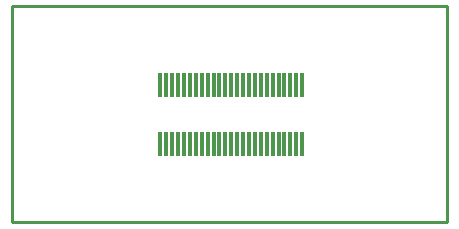
<source format=gbs>
G04 (created by PCBNEW (2013-02-13 BZR 3947)-testing) date 11/23/2013 4:51:36 PM*
%MOIN*%
G04 Gerber Fmt 3.4, Leading zero omitted, Abs format*
%FSLAX34Y34*%
G01*
G70*
G90*
G04 APERTURE LIST*
%ADD10C,0.009*%
%ADD11R,0.0178425X0.0788661*%
%ADD12R,0.0174488X0.0788661*%
G04 APERTURE END LIST*
G54D10*
X6400Y-3600D02*
X9200Y-3600D01*
X9200Y3600D02*
X6400Y3600D01*
X6400Y-3600D02*
X-5300Y-3600D01*
X6400Y3600D02*
X-5300Y3600D01*
X9200Y-3600D02*
X9200Y3600D01*
X-5300Y-3600D02*
X-5300Y3600D01*
G54D11*
X4362Y984D03*
X4362Y-983D03*
X4165Y983D03*
X4165Y-983D03*
X3968Y983D03*
X3968Y-983D03*
X3771Y983D03*
X3771Y-983D03*
X3575Y983D03*
X3575Y-983D03*
X3378Y983D03*
X3378Y-983D03*
X3181Y983D03*
X3181Y-983D03*
X2984Y983D03*
X2984Y-983D03*
X2787Y983D03*
X2787Y-983D03*
X2590Y983D03*
X2590Y-983D03*
X2393Y983D03*
X2393Y-983D03*
X2197Y983D03*
X2197Y-983D03*
X2000Y983D03*
X2000Y-983D03*
X1803Y983D03*
X1803Y-983D03*
X1606Y983D03*
X1606Y-983D03*
X1409Y983D03*
X1409Y-983D03*
X1212Y983D03*
X1212Y-983D03*
X1016Y983D03*
X1016Y-983D03*
X819Y983D03*
X819Y-983D03*
G54D12*
X622Y983D03*
G54D11*
X622Y-983D03*
X425Y984D03*
X425Y-984D03*
X228Y984D03*
X228Y-984D03*
X31Y984D03*
X31Y-984D03*
X-165Y984D03*
X-165Y-984D03*
X-362Y984D03*
X-362Y-984D03*
M02*

</source>
